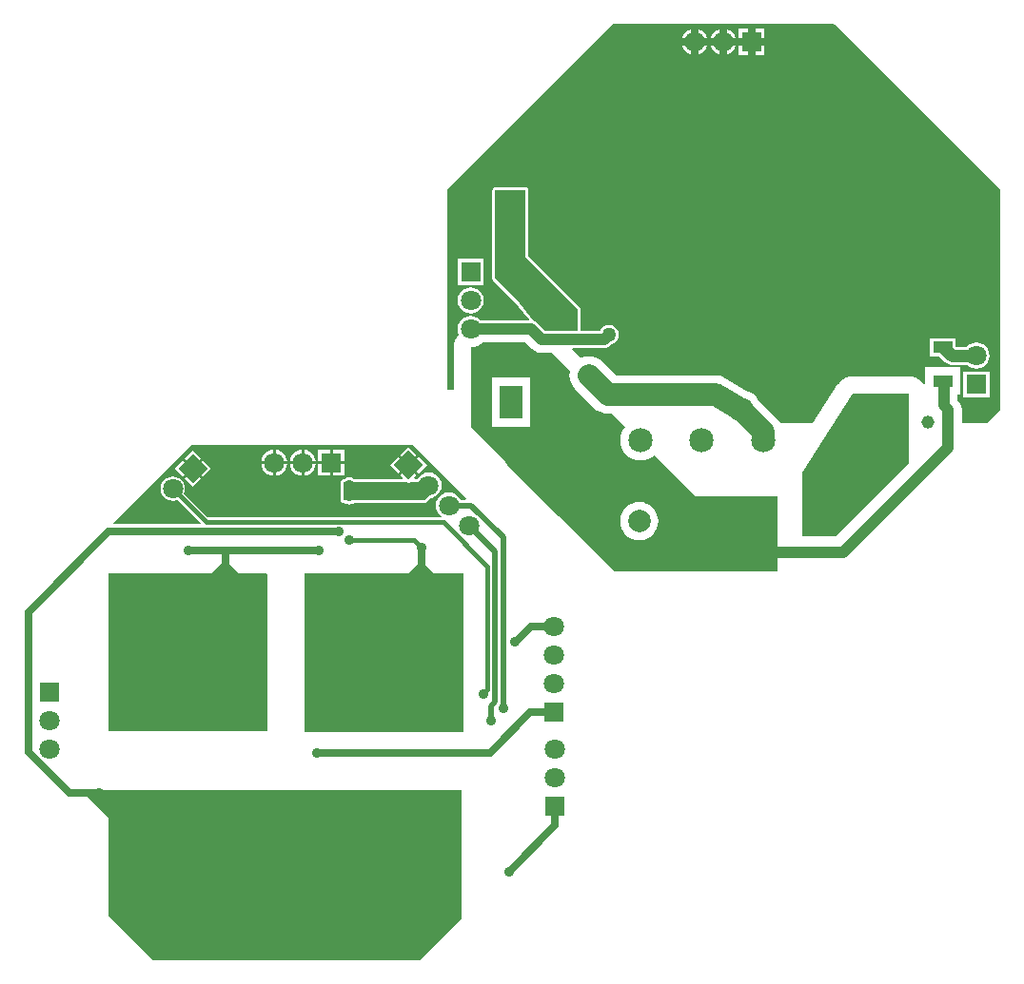
<source format=gtl>
G04 Layer_Physical_Order=1*
G04 Layer_Color=255*
%FSLAX44Y44*%
%MOMM*%
G71*
G01*
G75*
%ADD10R,1.8034X1.1120*%
%ADD11C,0.5000*%
%ADD12C,0.4000*%
%ADD13C,0.7000*%
%ADD14C,2.0000*%
%ADD15C,1.0000*%
%ADD16C,1.1000*%
%ADD17R,2.0000X3.0000*%
%ADD18R,2.0000X2.0000*%
%ADD19C,1.8000*%
%ADD20R,1.8000X1.8000*%
%ADD21C,2.1590*%
%ADD22R,1.8000X1.8000*%
%ADD23C,2.0000*%
%ADD24C,1.1684*%
%ADD25P,2.5456X4X360.0*%
%ADD26P,2.5456X4X270.0*%
%ADD27C,0.9000*%
%ADD28C,0.7000*%
%ADD29C,1.2700*%
%ADD30C,1.5000*%
G36*
X790000Y480000D02*
X725000Y415000D01*
X695000D01*
X695000Y471250D01*
X739517Y542000D01*
X790000D01*
Y480000D01*
D02*
G37*
G36*
X449000Y700000D02*
Y663000D01*
X486000Y626000D01*
X495000Y617000D01*
Y609000D01*
Y597565D01*
X466150D01*
X459138Y604578D01*
X457562Y605786D01*
X456466Y606240D01*
X440000Y626000D01*
X422000Y644000D01*
Y723000D01*
X449000D01*
Y700000D01*
D02*
G37*
G36*
X871115Y723391D02*
Y526609D01*
X859506Y515000D01*
X836979D01*
Y527299D01*
X836566Y530431D01*
X835357Y533350D01*
X833434Y535857D01*
X833104Y536187D01*
Y540482D01*
X836017D01*
Y565602D01*
X803983D01*
Y550354D01*
X802713Y550036D01*
X802532Y550374D01*
X800658Y552658D01*
X798374Y554532D01*
X795768Y555925D01*
X792941Y556783D01*
X790000Y557073D01*
X739517D01*
X739311Y557052D01*
X739104Y557067D01*
X737841Y556908D01*
X736576Y556783D01*
X736378Y556723D01*
X736172Y556697D01*
X734965Y556294D01*
X733749Y555925D01*
X733566Y555827D01*
X733369Y555762D01*
X732264Y555132D01*
X731143Y554532D01*
X730983Y554401D01*
X730803Y554298D01*
X729842Y553465D01*
X728859Y552658D01*
X728727Y552497D01*
X728571Y552362D01*
X727792Y551357D01*
X726984Y550374D01*
X726887Y550191D01*
X726760Y550027D01*
X704720Y515000D01*
X675521D01*
X674403Y517090D01*
X672279Y519679D01*
X672279Y519679D01*
X656407Y535551D01*
X655668Y536934D01*
X653444Y539644D01*
X650734Y541868D01*
X647643Y543520D01*
X645380Y544206D01*
X626641Y555597D01*
X625461Y556165D01*
X624305Y556782D01*
X623954Y556889D01*
X623623Y557048D01*
X622354Y557374D01*
X621101Y557754D01*
X620736Y557790D01*
X620380Y557882D01*
X619072Y557954D01*
X617768Y558082D01*
X529075D01*
X517079Y570079D01*
X514490Y572203D01*
X511537Y573782D01*
X508332Y574754D01*
X505000Y575082D01*
X501667Y574754D01*
X498463Y573782D01*
X497857Y573458D01*
X490134Y581182D01*
X490620Y582355D01*
X518960D01*
X520928Y582614D01*
X521872Y583005D01*
X522762Y583374D01*
X524338Y584582D01*
X525060Y585304D01*
X525321Y585339D01*
X527483Y586235D01*
X529340Y587660D01*
X530765Y589517D01*
X531661Y591679D01*
X531967Y594000D01*
X531661Y596321D01*
X530765Y598483D01*
X529340Y600340D01*
X527483Y601765D01*
X525321Y602661D01*
X523000Y602967D01*
X520679Y602661D01*
X518517Y601765D01*
X516660Y600340D01*
X515235Y598483D01*
X514854Y597565D01*
X497590D01*
Y609000D01*
Y617000D01*
X497393Y617991D01*
X496831Y618831D01*
X487831Y627831D01*
X451590Y664073D01*
Y700000D01*
Y723000D01*
X451393Y723991D01*
X450831Y724831D01*
X449991Y725393D01*
X449000Y725590D01*
X422000D01*
X421009Y725393D01*
X420169Y724831D01*
X419607Y723991D01*
X419410Y723000D01*
Y644000D01*
X419607Y643009D01*
X420169Y642169D01*
X438086Y624252D01*
X451666Y607955D01*
X451128Y606805D01*
X408710D01*
X408230Y607430D01*
X405820Y609280D01*
X403013Y610443D01*
X400000Y610840D01*
X396987Y610443D01*
X394180Y609280D01*
X391770Y607430D01*
X389920Y605020D01*
X388757Y602212D01*
X388360Y599200D01*
X388757Y596188D01*
X389650Y594033D01*
X389342Y593781D01*
X388872Y593208D01*
X388349Y592685D01*
X387937Y592069D01*
X387468Y591497D01*
X387119Y590844D01*
X386707Y590228D01*
X386424Y589544D01*
X386075Y588891D01*
X385860Y588182D01*
X385576Y587498D01*
X385432Y586772D01*
X385217Y586063D01*
X385145Y585326D01*
X385000Y584600D01*
Y583859D01*
X384927Y583123D01*
Y545114D01*
X378885D01*
Y723391D01*
X526609Y871115D01*
X723391D01*
X871115Y723391D01*
D02*
G37*
G36*
X396137Y448369D02*
X395611Y447099D01*
X391041D01*
X390759Y447780D01*
X388909Y450191D01*
X386499Y452041D01*
X383692Y453203D01*
X380679Y453600D01*
X377667Y453203D01*
X374859Y452041D01*
X372449Y450191D01*
X370599Y447780D01*
X369436Y444973D01*
X369039Y441960D01*
X369436Y438948D01*
X370599Y436141D01*
X372449Y433730D01*
X374097Y432465D01*
X373666Y431195D01*
X166212D01*
X144811Y452596D01*
X145473Y454194D01*
X145843Y457000D01*
X145473Y459806D01*
X144390Y462421D01*
X142667Y464667D01*
X140421Y466390D01*
X137806Y467473D01*
X135000Y467843D01*
X132194Y467473D01*
X129579Y466390D01*
X127333Y464667D01*
X125610Y462421D01*
X124527Y459806D01*
X124157Y457000D01*
X124527Y454194D01*
X125610Y451579D01*
X127333Y449333D01*
X129579Y447610D01*
X132194Y446527D01*
X135000Y446157D01*
X137806Y446527D01*
X139404Y447189D01*
X159670Y426923D01*
X159184Y425750D01*
X82903D01*
X82417Y426923D01*
X151609Y496115D01*
X348391D01*
X396137Y448369D01*
D02*
G37*
G36*
X367750Y381250D02*
X393625D01*
X393625Y350000D01*
X393625Y240000D01*
X252375D01*
Y381250D01*
X344250D01*
X352000Y389000D01*
X360000D01*
X367750Y381250D01*
D02*
G37*
G36*
X392000Y189000D02*
Y74000D01*
X354750Y36750D01*
X117605Y36750D01*
X78000Y76355D01*
Y163700D01*
X58000Y183700D01*
Y188999D01*
X81000Y189000D01*
X392000Y189000D01*
D02*
G37*
G36*
X454441Y581401D02*
X456948Y579478D01*
X459867Y578269D01*
X463000Y577856D01*
X472144D01*
X488344Y561656D01*
X488246Y561333D01*
X487917Y558000D01*
X488246Y554667D01*
X489218Y551463D01*
X490796Y548510D01*
X492921Y545921D01*
X509921Y528921D01*
X509921Y528921D01*
X512509Y526797D01*
X515463Y525218D01*
X518667Y524246D01*
X522000Y523918D01*
X526082D01*
X537905Y512095D01*
X536132Y509934D01*
X534480Y506843D01*
X533462Y503488D01*
X533119Y500000D01*
X533462Y496511D01*
X534480Y493157D01*
X536132Y490066D01*
X538356Y487356D01*
X541066Y485132D01*
X544157Y483480D01*
X547512Y482462D01*
X551000Y482119D01*
X554488Y482462D01*
X557843Y483480D01*
X560934Y485132D01*
X563095Y486905D01*
X600089Y449911D01*
X672919Y449911D01*
X672988Y384240D01*
X672091Y383341D01*
X528455D01*
X480898Y430898D01*
X479171Y432224D01*
X478497Y432503D01*
X432503Y478497D01*
X432224Y479171D01*
X430898Y480898D01*
X400000Y511796D01*
Y583123D01*
X403136Y583432D01*
X406153Y584346D01*
X408932Y585832D01*
X410473Y587096D01*
X448746D01*
X454441Y581401D01*
D02*
G37*
G36*
X193792Y381963D02*
X218466Y381963D01*
X219364Y381065D01*
Y240713D01*
X78115D01*
Y381963D01*
X169963Y381963D01*
X178000Y390000D01*
X185755D01*
X193792Y381963D01*
D02*
G37*
%LPC*%
G36*
X610241Y851500D02*
X602700D01*
Y843959D01*
X605020Y844920D01*
X607430Y846770D01*
X609280Y849180D01*
X610241Y851500D01*
D02*
G37*
G36*
X635641D02*
X628100D01*
Y843959D01*
X630420Y844920D01*
X632830Y846770D01*
X634680Y849180D01*
X635641Y851500D01*
D02*
G37*
G36*
X621100D02*
X613559D01*
X614520Y849180D01*
X616370Y846770D01*
X618780Y844920D01*
X621100Y843959D01*
Y851500D01*
D02*
G37*
G36*
X661540D02*
X653500D01*
Y843460D01*
X661540D01*
Y851500D01*
D02*
G37*
G36*
X595700D02*
X588159D01*
X589120Y849180D01*
X590970Y846770D01*
X593380Y844920D01*
X595700Y843959D01*
Y851500D01*
D02*
G37*
G36*
X646500Y866540D02*
X638460D01*
Y858500D01*
X646500D01*
Y866540D01*
D02*
G37*
G36*
X602700Y866041D02*
Y858500D01*
X610241D01*
X609280Y860820D01*
X607430Y863230D01*
X605020Y865080D01*
X602700Y866041D01*
D02*
G37*
G36*
X628100D02*
Y858500D01*
X635641D01*
X634680Y860820D01*
X632830Y863230D01*
X630420Y865080D01*
X628100Y866041D01*
D02*
G37*
G36*
X661540Y866540D02*
X653500D01*
Y858500D01*
X661540D01*
Y866540D01*
D02*
G37*
G36*
X595700Y866041D02*
X593380Y865080D01*
X590970Y863230D01*
X589120Y860820D01*
X588159Y858500D01*
X595700D01*
Y866041D01*
D02*
G37*
G36*
X621100D02*
X618780Y865080D01*
X616370Y863230D01*
X614520Y860820D01*
X613559Y858500D01*
X621100D01*
Y866041D01*
D02*
G37*
G36*
X400000Y636240D02*
X396987Y635843D01*
X394180Y634680D01*
X391770Y632830D01*
X389920Y630420D01*
X388757Y627612D01*
X388360Y624600D01*
X388757Y621587D01*
X389920Y618780D01*
X391770Y616370D01*
X394180Y614520D01*
X396987Y613357D01*
X400000Y612960D01*
X403013Y613357D01*
X405820Y614520D01*
X408230Y616370D01*
X410080Y618780D01*
X411243Y621587D01*
X411640Y624600D01*
X411243Y627612D01*
X410080Y630420D01*
X408230Y632830D01*
X405820Y634680D01*
X403013Y635843D01*
X400000Y636240D01*
D02*
G37*
G36*
X411540Y661540D02*
X388460D01*
Y638460D01*
X411540D01*
Y661540D01*
D02*
G37*
G36*
X646500Y851500D02*
X638460D01*
Y843460D01*
X646500D01*
Y851500D01*
D02*
G37*
G36*
X861540Y561540D02*
X838460D01*
Y538460D01*
X861540D01*
Y561540D01*
D02*
G37*
G36*
X820000Y591067D02*
X819929Y591058D01*
X808443D01*
Y574858D01*
X816632D01*
X821824Y569666D01*
X823503Y568377D01*
X825459Y567567D01*
X827558Y567291D01*
X841677D01*
X841770Y567170D01*
X844180Y565320D01*
X846987Y564157D01*
X850000Y563760D01*
X853012Y564157D01*
X855820Y565320D01*
X858230Y567170D01*
X860080Y569580D01*
X861243Y572388D01*
X861639Y575400D01*
X861243Y578413D01*
X860080Y581220D01*
X858230Y583630D01*
X855820Y585480D01*
X853012Y586643D01*
X850000Y587039D01*
X846987Y586643D01*
X844180Y585480D01*
X841770Y583630D01*
X841677Y583509D01*
X831557D01*
Y591058D01*
X820071D01*
X820000Y591067D01*
D02*
G37*
G36*
X262122Y478780D02*
X251920D01*
Y468578D01*
X253662Y468807D01*
X256470Y469970D01*
X258880Y471820D01*
X260730Y474230D01*
X261893Y477038D01*
X262122Y478780D01*
D02*
G37*
G36*
X236722D02*
X226520D01*
Y468578D01*
X228263Y468807D01*
X231070Y469970D01*
X233480Y471820D01*
X235330Y474230D01*
X236493Y477038D01*
X236722Y478780D01*
D02*
G37*
G36*
X335700Y485144D02*
X328438Y477882D01*
X335700Y470620D01*
X342962Y477882D01*
X335700Y485144D01*
D02*
G37*
G36*
X344758Y494202D02*
X337496Y486940D01*
X344758Y479678D01*
X352020Y486940D01*
X344758Y494202D01*
D02*
G37*
G36*
X274780Y491590D02*
X264510D01*
Y481320D01*
X274780D01*
Y491590D01*
D02*
G37*
G36*
X353816Y485144D02*
X346554Y477882D01*
X353816Y470620D01*
X361078Y477882D01*
X353816Y485144D01*
D02*
G37*
G36*
X152961Y491281D02*
X145698Y484019D01*
X152961Y476757D01*
X160222Y484019D01*
X152961Y491281D01*
D02*
G37*
G36*
X249380Y478780D02*
X239178D01*
X239407Y477038D01*
X240570Y474230D01*
X242419Y471820D01*
X244830Y469970D01*
X247637Y468807D01*
X249380Y468578D01*
Y478780D01*
D02*
G37*
G36*
X344758Y476086D02*
X337496Y468824D01*
X339556Y466763D01*
X339070Y465590D01*
X296280Y465590D01*
X295550Y466149D01*
X293838Y466859D01*
X292000Y467101D01*
X290162Y466859D01*
X288450Y466149D01*
X287720Y465590D01*
X287000D01*
X286009Y465393D01*
X285169Y464831D01*
X284607Y463991D01*
X284410Y463000D01*
Y447000D01*
X284607Y446009D01*
X285169Y445169D01*
X286009Y444607D01*
X287000Y444410D01*
X287720D01*
X288450Y443851D01*
X290162Y443141D01*
X292000Y442899D01*
X293838Y443141D01*
X295550Y443851D01*
X296280Y444410D01*
X359000Y444410D01*
X359991Y444607D01*
X360831Y445169D01*
X364130Y448467D01*
X365731Y448678D01*
X368538Y449841D01*
X370949Y451691D01*
X372799Y454101D01*
X373961Y456908D01*
X374358Y459921D01*
X373961Y462934D01*
X372799Y465741D01*
X370949Y468151D01*
X368538Y470001D01*
X365731Y471164D01*
X362719Y471561D01*
X359706Y471164D01*
X356899Y470001D01*
X354488Y468151D01*
X352638Y465741D01*
X352576Y465590D01*
X350446D01*
X349959Y466763D01*
X352020Y468824D01*
X344758Y476086D01*
D02*
G37*
G36*
X143903Y482223D02*
X136641Y474961D01*
X143903Y467699D01*
X151165Y474961D01*
X143903Y482223D01*
D02*
G37*
G36*
X152961Y473164D02*
X145699Y465902D01*
X152961Y458641D01*
X160222Y465902D01*
X152961Y473164D01*
D02*
G37*
G36*
X287590Y478780D02*
X277320D01*
Y468510D01*
X287590D01*
Y478780D01*
D02*
G37*
G36*
X223980D02*
X213778D01*
X214007Y477038D01*
X215170Y474230D01*
X217020Y471820D01*
X219430Y469970D01*
X222237Y468807D01*
X223980Y468578D01*
Y478780D01*
D02*
G37*
G36*
X162019Y482223D02*
X154757Y474961D01*
X162019Y467699D01*
X169280Y474961D01*
X162019Y482223D01*
D02*
G37*
G36*
X274780Y478780D02*
X264510D01*
Y468510D01*
X274780D01*
Y478780D01*
D02*
G37*
G36*
X287590Y491590D02*
X277320D01*
Y481320D01*
X287590D01*
Y491590D01*
D02*
G37*
G36*
X251920Y491522D02*
Y481320D01*
X262122D01*
X261893Y483063D01*
X260730Y485870D01*
X258880Y488280D01*
X256470Y490130D01*
X253662Y491293D01*
X251920Y491522D01*
D02*
G37*
G36*
X223980Y491522D02*
X222237Y491293D01*
X219430Y490130D01*
X217020Y488280D01*
X215170Y485870D01*
X214007Y483063D01*
X213778Y481320D01*
X223980D01*
Y491522D01*
D02*
G37*
G36*
X249380D02*
X247637Y491293D01*
X244830Y490130D01*
X242419Y488280D01*
X240570Y485870D01*
X239407Y483063D01*
X239178Y481320D01*
X249380D01*
Y491522D01*
D02*
G37*
G36*
X226520Y491522D02*
Y481320D01*
X236722D01*
X236493Y483063D01*
X235330Y485870D01*
X233480Y488280D01*
X231070Y490130D01*
X228263Y491293D01*
X226520Y491522D01*
D02*
G37*
%LPD*%
G36*
X363135Y467865D02*
X371500Y459500D01*
X359000Y447000D01*
X287000Y447000D01*
Y463000D01*
X343320Y463000D01*
X344758Y461562D01*
X346197Y463000D01*
X357000D01*
X361865Y467865D01*
X363135D01*
D02*
G37*
%LPC*%
G36*
X550000Y445082D02*
X546667Y444754D01*
X543463Y443782D01*
X540510Y442203D01*
X537921Y440079D01*
X535797Y437490D01*
X534218Y434537D01*
X533246Y431333D01*
X532918Y428000D01*
X533246Y424667D01*
X534218Y421463D01*
X535797Y418510D01*
X537921Y415921D01*
X540510Y413797D01*
X543463Y412218D01*
X546667Y411246D01*
X550000Y410918D01*
X553333Y411246D01*
X556537Y412218D01*
X559490Y413797D01*
X562079Y415921D01*
X564203Y418510D01*
X565782Y421463D01*
X566754Y424667D01*
X567082Y428000D01*
X566754Y431333D01*
X565782Y434537D01*
X564203Y437490D01*
X562079Y440079D01*
X559490Y442203D01*
X556537Y443782D01*
X553333Y444754D01*
X550000Y445082D01*
D02*
G37*
G36*
X453000Y556000D02*
X419000D01*
Y512000D01*
X453000D01*
Y556000D01*
D02*
G37*
%LPD*%
D10*
X820000Y553042D02*
D03*
Y582958D02*
D03*
D11*
X429000Y261000D02*
Y413495D01*
X380679Y441960D02*
X400535D01*
X429000Y413495D01*
X421460Y266952D02*
Y401180D01*
X398639Y424000D02*
X421460Y401180D01*
X418000Y250000D02*
Y263492D01*
X421460Y266952D01*
D12*
X411000Y274000D02*
X415210Y278210D01*
Y387790D01*
X349919Y411000D02*
X356000Y404919D01*
X292000Y411000D02*
X349919D01*
X135000Y457000D02*
X164628Y427372D01*
X375628D01*
X415210Y387790D01*
D13*
X439500Y321000D02*
X440000D01*
X453400Y334400D01*
X6520Y347299D02*
X78221Y419000D01*
X283000D01*
X182000Y378000D02*
Y402296D01*
X149296D02*
X182000D01*
X264880D01*
X453200Y258200D02*
X474000D01*
X417000Y222000D02*
X453200Y258200D01*
X263000Y222000D02*
X417000D01*
X453400Y334400D02*
X474000D01*
X433999Y115999D02*
Y116000D01*
Y115999D02*
X475050Y157050D01*
Y173950D01*
X356000Y367000D02*
Y404919D01*
X43000Y186000D02*
X69000D01*
X6520Y222480D02*
X43000Y186000D01*
X6520Y222480D02*
Y347299D01*
D14*
X617768Y541000D02*
X640800Y527000D01*
X522000Y541000D02*
X617768D01*
X505000Y558000D02*
X522000Y541000D01*
X660200Y500000D02*
Y507600D01*
X640800Y527000D02*
X660200Y507600D01*
D15*
X400000Y599200D02*
X453760D01*
X463000Y589960D01*
X731233Y400000D02*
X824875Y493642D01*
X670000Y400000D02*
X731233D01*
X665000Y405000D02*
X670000Y400000D01*
X821000Y531174D02*
X824875Y527299D01*
Y493642D02*
Y527299D01*
X463000Y589960D02*
X518960D01*
X523000Y594000D01*
X821000Y531174D02*
Y552042D01*
X820000Y553042D02*
X821000Y552042D01*
D16*
X827558Y575400D02*
X850000D01*
X820000Y582958D02*
X827558Y575400D01*
D17*
X436000Y571000D02*
D03*
Y534000D02*
D03*
D18*
X435000Y713000D02*
D03*
X435000Y738000D02*
D03*
D19*
X24950Y225250D02*
D03*
Y250650D02*
D03*
X850000Y600800D02*
D03*
Y575400D02*
D03*
X400000Y599200D02*
D03*
Y624600D02*
D03*
X599200Y855000D02*
D03*
X624600D02*
D03*
X474000Y334400D02*
D03*
Y309000D02*
D03*
Y283600D02*
D03*
X398639Y424000D02*
D03*
X380679Y441960D02*
D03*
X362719Y459921D02*
D03*
X225250Y480050D02*
D03*
X250650D02*
D03*
X475050Y224750D02*
D03*
Y199350D02*
D03*
X135000Y457000D02*
D03*
D20*
X24950Y276050D02*
D03*
X850000Y550000D02*
D03*
X400000Y650000D02*
D03*
X474000Y258200D02*
D03*
X475050Y173950D02*
D03*
D21*
X640800Y527000D02*
D03*
X695400D02*
D03*
X750000D02*
D03*
X551000Y500000D02*
D03*
X605600D02*
D03*
X660200D02*
D03*
D22*
X650000Y855000D02*
D03*
X276050Y480050D02*
D03*
D23*
X600000Y428000D02*
D03*
X550000D02*
D03*
X707000D02*
D03*
X657000D02*
D03*
D24*
X753967Y462967D02*
D03*
X807000Y516000D02*
D03*
D25*
X344758Y477882D02*
D03*
D26*
X152961Y474961D02*
D03*
D27*
X411000Y274000D02*
D03*
X439500Y321000D02*
D03*
X149296Y402296D02*
D03*
X263000Y222000D02*
D03*
X418000Y250000D02*
D03*
X429000Y261000D02*
D03*
X264880Y402296D02*
D03*
X433999Y116000D02*
D03*
X292000Y460000D02*
D03*
Y450000D02*
D03*
X356000Y404919D02*
D03*
X292000Y411000D02*
D03*
X283000Y419000D02*
D03*
X299000Y437000D02*
D03*
X318000Y471000D02*
D03*
X198000Y452000D02*
D03*
Y436000D02*
D03*
X343000Y439000D02*
D03*
X318000Y490000D02*
D03*
X69000Y186000D02*
D03*
D28*
X483000Y610000D02*
D03*
Y601000D02*
D03*
X474000Y610000D02*
D03*
Y601000D02*
D03*
X508000Y627000D02*
D03*
X497000Y642000D02*
D03*
X503000Y713000D02*
D03*
X508000Y615000D02*
D03*
X545000Y580000D02*
D03*
X521000Y579000D02*
D03*
D29*
X523000Y594000D02*
D03*
D30*
X505000Y558000D02*
D03*
M02*

</source>
